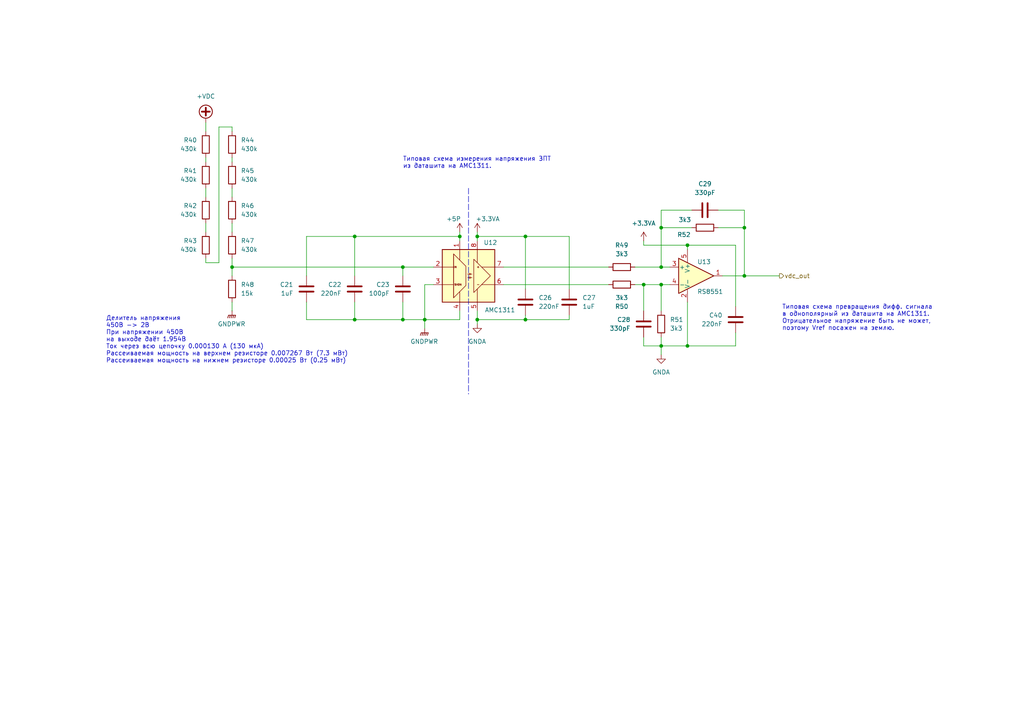
<source format=kicad_sch>
(kicad_sch (version 20231120) (generator "eeschema") (generator_version "8.0")
  (paper "A4")
  (lib_symbols
    (symbol "Device:C" (pin_numbers hide) (pin_names (offset 0.254))
      (property "Reference" "C" (at 0.635 2.54 0))
      (property "Value" "C" (at 0.635 -2.54 0))
      (symbol "C_0_1"
        (polyline (pts (xy -2.032 -0.762) (xy 2.032 -0.762)) (stroke (width 0.508)))
        (polyline (pts (xy -2.032 0.762) (xy 2.032 0.762)) (stroke (width 0.508)))
      )
      (symbol "C_1_1"
        (pin passive line (at 0 3.81 270) (length 2.794) (name "~") (number "1"))
        (pin passive line (at 0 -3.81 90) (length 2.794) (name "~") (number "2"))
      )
    )
    (symbol "Device:R" (pin_numbers hide) (pin_names (offset 0))
      (property "Reference" "R" (at 2.032 0 90))
      (property "Value" "R" (at 0 0 90))
      (symbol "R_0_1"
        (rectangle (start -1.016 -2.54) (end 1.016 2.54) (stroke (width 0.254)))
      )
      (symbol "R_1_1"
        (pin passive line (at 0 3.81 270) (length 1.27) (name "~") (number "1"))
        (pin passive line (at 0 -3.81 90) (length 1.27) (name "~") (number "2"))
      )
    )
    (symbol "main:AMC1311" (pin_names (offset 0) hide)
      (property "Reference" "U" (at -5.08 10.795 0))
      (property "Value" "AMC1311" (at -5.08 8.89 0))
      (symbol "AMC1311_0_0"
        (polyline (pts (xy -7.62 -2.54) (xy -4.318 -2.54)))
        (text "IN" (at -3.81 2.54 0) (effects (font (size 0.508 0.508))))
        (text "SHDN" (at -3.048 -2.54 0) (effects (font (size 0.508 0.508))))
      )
      (symbol "AMC1311_0_1"
        (rectangle (start -7.62 7.62) (end 7.62 -7.62) (stroke (width 0.254)) (fill (type background)))
        (polyline (pts (xy -7.62 2.54) (xy -4.318 2.54)))
        (polyline (pts (xy -4.318 6.35) (xy -4.318 -6.35)))
        (polyline (pts (xy -2.54 -7.62) (xy -2.54 -4.572)))
        (polyline (pts (xy -2.54 7.62) (xy -2.54 4.572)))
        (polyline (pts (xy 0.254 -0.508) (xy -0.254 -0.508)))
        (polyline (pts (xy 0.254 -0.254) (xy 0.254 -0.762)))
        (polyline (pts (xy 0.254 0.508) (xy -0.254 0.508)))
        (polyline (pts (xy 0.254 0.762) (xy 0.254 0.254)))
        (polyline (pts (xy 0.508 -0.508) (xy 1.016 -0.508)))
        (polyline (pts (xy 0.508 -0.254) (xy 0.508 -0.762)))
        (polyline (pts (xy 0.508 0.508) (xy 1.016 0.508)))
        (polyline (pts (xy 0.508 0.762) (xy 0.508 0.254)))
        (polyline (pts (xy 2.54 -7.62) (xy 2.54 -3.81)))
        (polyline (pts (xy 2.54 7.62) (xy 2.54 3.81)))
        (polyline (pts (xy 2.794 2.794) (xy 2.794 2.286)))
        (polyline (pts (xy 3.048 -2.54) (xy 2.54 -2.54)))
        (polyline (pts (xy 3.048 2.54) (xy 2.54 2.54)))
        (polyline (pts (xy 7.62 -2.54) (xy 3.81 -2.54)))
        (polyline (pts (xy 7.62 2.54) (xy 3.81 2.54)))
        (polyline (pts (xy 6.35 0) (xy 1.524 -4.826) (xy 1.524 4.826) (xy 6.35 0)))
        (polyline (pts (xy -4.318 -6.35) (xy -0.762 -2.794) (xy -0.762 2.794) (xy -4.318 6.35) (xy -4.318 -6.35)))
      )
      (symbol "AMC1311_1_1"
        (pin power_in line (at -2.54 10.16 270) (length 2.54) (name "VDD1") (number "1"))
        (pin input line (at -10.16 2.54 0) (length 2.54) (name "IN") (number "2"))
        (pin input line (at -10.16 -2.54 0) (length 2.54) (name "IN-") (number "3"))
        (pin power_in line (at -2.54 -10.16 90) (length 2.54) (name "GND1") (number "4"))
        (pin power_in line (at 2.54 -10.16 90) (length 2.54) (name "GND2") (number "5"))
        (pin output line (at 10.16 -2.54 180) (length 2.54) (name "OUT-") (number "6"))
        (pin output line (at 10.16 2.54 180) (length 2.54) (name "OUT+") (number "7"))
        (pin power_in line (at 2.54 10.16 270) (length 2.54) (name "VDD2") (number "8"))
      )
    )
    (symbol "main:RS8551" (pin_names (offset 0.127))
      (property "Reference" "U" (at 0 5.08 0))
      (property "Value" "RS8551" (at 0 -5.08 0))
      (symbol "RS8551_0_1"
        (polyline (pts (xy -5.08 5.08) (xy 5.08 0) (xy -5.08 -5.08) (xy -5.08 5.08)) (stroke (width 0.254)) (fill (type background)))
        (pin power_in line (at -2.54 -7.62 90) (length 3.81) (name "V-") (number "2"))
        (pin power_in line (at -2.54 7.62 270) (length 3.81) (name "V+") (number "5"))
      )
      (symbol "RS8551_1_1"
        (pin output line (at 7.62 0 180) (length 2.54) (name "~") (number "1"))
        (pin input line (at -7.62 2.54 0) (length 2.54) (name "+") (number "3"))
        (pin input line (at -7.62 -2.54 0) (length 2.54) (name "-") (number "4"))
      )
    )
    (symbol "power:+3.3VA" (power) (pin_numbers hide) (pin_names (offset 0) hide)
      (property "Value" "+3.3VA" (at 0 3.556 0))
      (symbol "+3.3VA_0_1"
        (polyline (pts (xy -0.762 1.27) (xy 0 2.54)))
        (polyline (pts (xy 0 0) (xy 0 2.54)))
        (polyline (pts (xy 0 2.54) (xy 0.762 1.27)))
      )
      (symbol "+3.3VA_1_1"
        (pin power_in line (at 0 0 90) (length 0) (name "~") (number "1"))
      )
    )
    (symbol "power:+5P" (power) (pin_numbers hide) (pin_names (offset 0) hide)
      (property "Value" "+5P" (at 0 3.556 0))
      (symbol "+5P_0_1"
        (polyline (pts (xy -0.762 1.27) (xy 0 2.54)))
        (polyline (pts (xy 0 0) (xy 0 2.54)))
        (polyline (pts (xy 0 2.54) (xy 0.762 1.27)))
      )
      (symbol "+5P_1_1"
        (pin power_in line (at 0 0 90) (length 0) (name "~") (number "1"))
      )
    )
    (symbol "power:+VDC" (power) (pin_numbers hide) (pin_names (offset 0) hide)
      (property "Value" "+VDC" (at 0 6.35 0))
      (symbol "+VDC_0_1"
        (polyline (pts (xy -1.143 3.175) (xy 1.143 3.175)) (stroke (width 0.508)))
        (polyline (pts (xy 0 0) (xy 0 1.27)))
        (polyline (pts (xy 0 2.032) (xy 0 4.318)) (stroke (width 0.508)))
        (circle (center 0 3.175) (radius 1.905) (stroke (width 0.254)))
      )
      (symbol "+VDC_1_1"
        (pin power_in line (at 0 0 90) (length 0) (name "~") (number "1"))
      )
    )
    (symbol "power:GNDA" (power) (pin_numbers hide) (pin_names (offset 0) hide)
      (property "Value" "GNDA" (at 0 -3.81 0))
      (symbol "GNDA_0_1"
        (polyline (pts (xy 0 0) (xy 0 -1.27) (xy 1.27 -1.27) (xy 0 -2.54) (xy -1.27 -1.27) (xy 0 -1.27)))
      )
      (symbol "GNDA_1_1"
        (pin power_in line (at 0 0 270) (length 0) (name "~") (number "1"))
      )
    )
    (symbol "power:GNDPWR" (power) (pin_numbers hide) (pin_names (offset 0) hide)
      (property "Value" "GNDPWR" (at 0 -3.302 0))
      (symbol "GNDPWR_0_1"
        (polyline (pts (xy 0 -1.27) (xy 0 0)))
        (polyline (pts (xy -1.016 -1.27) (xy -1.27 -2.032) (xy -1.27 -2.032)) (stroke (width 0.2032)))
        (polyline (pts (xy -0.508 -1.27) (xy -0.762 -2.032) (xy -0.762 -2.032)) (stroke (width 0.2032)))
        (polyline (pts (xy 0 -1.27) (xy -0.254 -2.032) (xy -0.254 -2.032)) (stroke (width 0.2032)))
        (polyline (pts (xy 0.508 -1.27) (xy 0.254 -2.032) (xy 0.254 -2.032)) (stroke (width 0.2032)))
        (polyline (pts (xy 1.016 -1.27) (xy -1.016 -1.27) (xy -1.016 -1.27)) (stroke (width 0.2032)))
        (polyline (pts (xy 1.016 -1.27) (xy 0.762 -2.032) (xy 0.762 -2.032) (xy 0.762 -2.032)) (stroke (width 0.2032)))
      )
      (symbol "GNDPWR_1_1"
        (pin power_in line (at 0 0 270) (length 0) (name "~") (number "1"))
      )
    )
  )
  (junction (at 67.31 77.47))
  (junction (at 191.77 100.33))
  (junction (at 123.19 92.71))
  (junction (at 152.4 68.58))
  (junction (at 215.9 80.01))
  (junction (at 116.84 77.47))
  (junction (at 102.87 92.71))
  (junction (at 186.69 82.55))
  (junction (at 152.4 92.71))
  (junction (at 199.39 100.33))
  (junction (at 138.43 68.58))
  (junction (at 133.35 68.58))
  (junction (at 191.77 82.55))
  (junction (at 138.43 92.71))
  (junction (at 199.39 71.12))
  (junction (at 191.77 66.04))
  (junction (at 191.77 77.47))
  (junction (at 215.9 66.04))
  (junction (at 102.87 68.58))
  (junction (at 116.84 92.71))
  (wire (pts (xy 88.9 92.71) (xy 102.87 92.71)))
  (wire (pts (xy 191.77 66.04) (xy 200.66 66.04)))
  (wire (pts (xy 59.69 45.72) (xy 59.69 46.99)))
  (wire (pts (xy 67.31 64.77) (xy 67.31 67.31)))
  (wire (pts (xy 67.31 77.47) (xy 116.84 77.47)))
  (wire (pts (xy 59.69 35.56) (xy 59.69 38.1)))
  (wire (pts (xy 215.9 66.04) (xy 215.9 80.01)))
  (wire (pts (xy 186.69 100.33) (xy 191.77 100.33)))
  (wire (pts (xy 138.43 92.71) (xy 138.43 93.98)))
  (wire (pts (xy 213.36 71.12) (xy 199.39 71.12)))
  (wire (pts (xy 152.4 68.58) (xy 138.43 68.58)))
  (wire (pts (xy 213.36 100.33) (xy 199.39 100.33)))
  (wire (pts (xy 191.77 66.04) (xy 191.77 77.47)))
  (wire (pts (xy 102.87 80.01) (xy 102.87 68.58)))
  (wire (pts (xy 59.69 64.77) (xy 59.69 67.31)))
  (wire (pts (xy 123.19 92.71) (xy 123.19 95.25)))
  (wire (pts (xy 208.28 66.04) (xy 215.9 66.04)))
  (wire (pts (xy 67.31 74.93) (xy 67.31 77.47)))
  (wire (pts (xy 213.36 88.9) (xy 213.36 71.12)))
  (wire (pts (xy 63.5 76.2) (xy 59.69 76.2)))
  (wire (pts (xy 88.9 87.63) (xy 88.9 92.71)))
  (wire (pts (xy 102.87 87.63) (xy 102.87 92.71)))
  (wire (pts (xy 59.69 76.2) (xy 59.69 74.93)))
  (wire (pts (xy 123.19 92.71) (xy 123.19 82.55)))
  (wire (pts (xy 152.4 83.82) (xy 152.4 68.58)))
  (wire (pts (xy 138.43 67.31) (xy 138.43 68.58)))
  (wire (pts (xy 138.43 68.58) (xy 138.43 69.85)))
  (wire (pts (xy 200.66 60.96) (xy 191.77 60.96)))
  (wire (pts (xy 186.69 69.85) (xy 186.69 71.12)))
  (wire (pts (xy 191.77 82.55) (xy 191.77 90.17)))
  (wire (pts (xy 133.35 90.17) (xy 133.35 92.71)))
  (wire (pts (xy 123.19 82.55) (xy 125.73 82.55)))
  (wire (pts (xy 59.69 54.61) (xy 59.69 57.15)))
  (wire (pts (xy 67.31 54.61) (xy 67.31 57.15)))
  (wire (pts (xy 88.9 68.58) (xy 102.87 68.58)))
  (wire (pts (xy 209.55 80.01) (xy 215.9 80.01)))
  (wire (pts (xy 194.31 82.55) (xy 191.77 82.55)))
  (wire (pts (xy 191.77 97.79) (xy 191.77 100.33)))
  (wire (pts (xy 191.77 60.96) (xy 191.77 66.04)))
  (wire (pts (xy 165.1 68.58) (xy 152.4 68.58)))
  (wire (pts (xy 191.77 100.33) (xy 191.77 102.87)))
  (wire (pts (xy 213.36 96.52) (xy 213.36 100.33)))
  (wire (pts (xy 184.15 77.47) (xy 191.77 77.47)))
  (wire (pts (xy 194.31 77.47) (xy 191.77 77.47)))
  (wire (pts (xy 165.1 91.44) (xy 165.1 92.71)))
  (wire (pts (xy 138.43 90.17) (xy 138.43 92.71)))
  (wire (pts (xy 63.5 36.83) (xy 67.31 36.83)))
  (wire (pts (xy 186.69 97.79) (xy 186.69 100.33)))
  (polyline (pts (xy 135.89 54.61) (xy 135.89 114.3)) (stroke (width 0) (type dash)))
  (wire (pts (xy 165.1 92.71) (xy 152.4 92.71)))
  (wire (pts (xy 215.9 80.01) (xy 226.06 80.01)))
  (wire (pts (xy 186.69 82.55) (xy 191.77 82.55)))
  (wire (pts (xy 67.31 36.83) (xy 67.31 38.1)))
  (wire (pts (xy 146.05 77.47) (xy 176.53 77.47)))
  (wire (pts (xy 184.15 82.55) (xy 186.69 82.55)))
  (wire (pts (xy 133.35 92.71) (xy 123.19 92.71)))
  (wire (pts (xy 152.4 91.44) (xy 152.4 92.71)))
  (wire (pts (xy 199.39 100.33) (xy 191.77 100.33)))
  (wire (pts (xy 125.73 77.47) (xy 116.84 77.47)))
  (wire (pts (xy 199.39 72.39) (xy 199.39 71.12)))
  (wire (pts (xy 165.1 83.82) (xy 165.1 68.58)))
  (wire (pts (xy 133.35 67.31) (xy 133.35 68.58)))
  (wire (pts (xy 67.31 46.99) (xy 67.31 45.72)))
  (wire (pts (xy 116.84 77.47) (xy 116.84 80.01)))
  (wire (pts (xy 88.9 80.01) (xy 88.9 68.58)))
  (wire (pts (xy 146.05 82.55) (xy 176.53 82.55)))
  (wire (pts (xy 116.84 92.71) (xy 123.19 92.71)))
  (wire (pts (xy 208.28 60.96) (xy 215.9 60.96)))
  (wire (pts (xy 116.84 87.63) (xy 116.84 92.71)))
  (wire (pts (xy 67.31 77.47) (xy 67.31 80.01)))
  (wire (pts (xy 63.5 36.83) (xy 63.5 76.2)))
  (wire (pts (xy 133.35 68.58) (xy 133.35 69.85)))
  (wire (pts (xy 186.69 82.55) (xy 186.69 90.17)))
  (wire (pts (xy 199.39 71.12) (xy 186.69 71.12)))
  (wire (pts (xy 138.43 92.71) (xy 152.4 92.71)))
  (wire (pts (xy 67.31 87.63) (xy 67.31 90.17)))
  (wire (pts (xy 199.39 87.63) (xy 199.39 100.33)))
  (wire (pts (xy 102.87 92.71) (xy 116.84 92.71)))
  (wire (pts (xy 102.87 68.58) (xy 133.35 68.58)))
  (wire (pts (xy 215.9 60.96) (xy 215.9 66.04)))
  (text "Делитель напряжения\n450В -> 2В\nПри напряжении 450В\nна выходе даёт 1.954В\nТок через всю цепочку 0.000130 А (130 мкА)\nРассеиваемая мощность на верхнем резисторе 0.007267 Вт (7.3 мВт)\nРассеиваемая мощность на нижнем резисторе 0.00025 Вт (0.25 мВт)" (at 30.734 98.552 0) (effects (font (size 1.27 1.27)) (justify left)))
  (text "Типовая схема измерения напряжения ЗПТ\nиз даташита на AMC1311." (at 116.84 47.244 0) (effects (font (size 1.27 1.27)) (justify left)))
  (text "Типовая схема превращения дифф. сигнала\nв однополярный из даташита на AMC1311.\nОтрицательное напряжение быть не может,\nпоэтому Vref посажен на землю." (at 226.822 92.202 0) (effects (font (size 1.27 1.27)) (justify left)))
  (hierarchical_label "vdc_out" (shape output) (at 226.06 80.01 0))
  (symbol (lib_id "main:RS8551") (at 201.93 80.01 0) (unit 1)
    (property "Reference" "U13" (at 204.216 75.946 0))
    (property "Value" "RS8551" (at 205.994 84.582 0))
    (property "Footprint" "Package_TO_SOT_SMD:TSOT-23-5" (effects (hide yes)))
    (property "Datasheet" "https://www.run-ic.com/en/details/9/11.html" (effects (hide yes)))
    (property "Description" "The RS8551,RS8552,RS8554,RS8553(dual version &shutdown)series of CMOS operational amplifiers use auto-zero techniques to simultaneously provide very low offset voltage (5μV max) and near-zero drift over time and temperature. This family of amplifiers has ultralow noise, offset and power." (effects (hide yes)))
  )
  (symbol (lib_id "Device:R") (at 67.31 60.96 180) (unit 1)
    (property "Reference" "R46" (at 69.85 59.6899 0) (effects (justify right)))
    (property "Value" "430k" (at 69.85 62.2299 0) (effects (justify right)))
    (property "Footprint" "Resistor_SMD:R_1206_3216Metric" (effects (hide yes)))
    (property "Description" "Resistor" (effects (hide yes)))
  )
  (symbol (lib_id "Device:R") (at 67.31 41.91 180) (unit 1)
    (property "Reference" "R44" (at 69.85 40.6399 0) (effects (justify right)))
    (property "Value" "430k" (at 69.85 43.1799 0) (effects (justify right)))
    (property "Footprint" "Resistor_SMD:R_1206_3216Metric" (effects (hide yes)))
    (property "Description" "Resistor" (effects (hide yes)))
  )
  (symbol (lib_id "Device:C") (at 152.4 87.63 0) (unit 1)
    (property "Reference" "C26" (at 156.21 86.3599 0) (effects (justify left)))
    (property "Value" "220nF" (at 156.21 88.8999 0) (effects (justify left)))
    (property "Footprint" "Capacitor_SMD:C_0805_2012Metric" (effects (hide yes)))
    (property "Description" "Unpolarized capacitor" (effects (hide yes)))
  )
  (symbol (lib_id "power:GNDPWR") (at 67.31 90.17 0) (unit 1)
    (property "Reference" "#PWR29" (effects (hide yes)))
    (property "Value" "GNDPWR" (at 67.183 93.98 0))
    (property "Description" "Power symbol creates a global label with name \"GNDPWR\" , global ground" (effects (hide yes)))
  )
  (symbol (lib_id "Device:R") (at 67.31 83.82 180) (unit 1)
    (property "Reference" "R48" (at 69.85 82.5499 0) (effects (justify right)))
    (property "Value" "15k" (at 69.85 85.0899 0) (effects (justify right)))
    (property "Footprint" "Resistor_SMD:R_1206_3216Metric" (effects (hide yes)))
    (property "Description" "Resistor" (effects (hide yes)))
  )
  (symbol (lib_id "Device:C") (at 102.87 83.82 0) (mirror y) (unit 1)
    (property "Reference" "C22" (at 99.06 82.5499 0) (effects (justify left)))
    (property "Value" "220nF" (at 99.06 85.0899 0) (effects (justify left)))
    (property "Footprint" "Capacitor_SMD:C_0805_2012Metric" (effects (hide yes)))
    (property "Description" "Unpolarized capacitor" (effects (hide yes)))
  )
  (symbol (lib_id "Device:C") (at 165.1 87.63 0) (unit 1)
    (property "Reference" "C27" (at 168.91 86.3599 0) (effects (justify left)))
    (property "Value" "1uF" (at 168.91 88.8999 0) (effects (justify left)))
    (property "Footprint" "Capacitor_SMD:C_0805_2012Metric" (effects (hide yes)))
    (property "Description" "Unpolarized capacitor" (effects (hide yes)))
  )
  (symbol (lib_id "power:GNDA") (at 138.43 93.98 0) (unit 1)
    (property "Reference" "#PWR33" (effects (hide yes)))
    (property "Value" "GNDA" (at 138.43 99.06 0))
    (property "Description" "Power symbol creates a global label with name \"GNDA\" , analog ground" (effects (hide yes)))
  )
  (symbol (lib_id "Device:R") (at 204.47 66.04 90) (mirror x) (unit 1)
    (property "Reference" "R52" (at 198.374 68.072 90))
    (property "Value" "3k3" (at 198.628 63.754 90))
    (property "Footprint" "Resistor_SMD:R_0805_2012Metric" (effects (hide yes)))
    (property "Description" "Resistor" (effects (hide yes)))
  )
  (symbol (lib_id "Device:R") (at 59.69 60.96 0) (mirror x) (unit 1)
    (property "Reference" "R42" (at 57.15 59.6899 0) (effects (justify right)))
    (property "Value" "430k" (at 57.15 62.2299 0) (effects (justify right)))
    (property "Footprint" "Resistor_SMD:R_1206_3216Metric" (effects (hide yes)))
    (property "Description" "Resistor" (effects (hide yes)))
  )
  (symbol (lib_id "Device:C") (at 186.69 93.98 0) (mirror x) (unit 1)
    (property "Reference" "C28" (at 182.88 92.7099 0) (effects (justify right)))
    (property "Value" "330pF" (at 182.88 95.2499 0) (effects (justify right)))
    (property "Footprint" "Capacitor_SMD:C_0805_2012Metric" (effects (hide yes)))
    (property "Description" "Unpolarized capacitor" (effects (hide yes)))
  )
  (symbol (lib_id "Device:C") (at 116.84 83.82 0) (mirror x) (unit 1)
    (property "Reference" "C23" (at 113.03 82.5499 0) (effects (justify right)))
    (property "Value" "100pF" (at 113.03 85.0899 0) (effects (justify right)))
    (property "Footprint" "Capacitor_SMD:C_0805_2012Metric" (effects (hide yes)))
    (property "Description" "Unpolarized capacitor" (effects (hide yes)))
  )
  (symbol (lib_id "power:GNDPWR") (at 123.19 95.25 0) (unit 1)
    (property "Reference" "#PWR30" (effects (hide yes)))
    (property "Value" "GNDPWR" (at 123.063 99.06 0))
    (property "Description" "Power symbol creates a global label with name \"GNDPWR\" , global ground" (effects (hide yes)))
  )
  (symbol (lib_id "Device:C") (at 204.47 60.96 270) (unit 1)
    (property "Reference" "C29" (at 204.47 53.34 90))
    (property "Value" "330pF" (at 204.47 55.88 90))
    (property "Footprint" "Capacitor_SMD:C_0805_2012Metric" (effects (hide yes)))
    (property "Description" "Unpolarized capacitor" (effects (hide yes)))
  )
  (symbol (lib_id "Device:C") (at 88.9 83.82 0) (mirror y) (unit 1)
    (property "Reference" "C21" (at 85.09 82.5499 0) (effects (justify left)))
    (property "Value" "1uF" (at 85.09 85.0899 0) (effects (justify left)))
    (property "Footprint" "Capacitor_SMD:C_0805_2012Metric" (effects (hide yes)))
    (property "Description" "Unpolarized capacitor" (effects (hide yes)))
  )
  (symbol (lib_id "power:+5P") (at 133.35 67.31 0) (unit 1)
    (property "Reference" "#PWR31" (effects (hide yes)))
    (property "Value" "+5P" (at 131.572 63.5 0))
    (property "Description" "Power symbol creates a global label with name \"+5P\"" (effects (hide yes)))
  )
  (symbol (lib_id "Device:R") (at 67.31 71.12 180) (unit 1)
    (property "Reference" "R47" (at 69.85 69.8499 0) (effects (justify right)))
    (property "Value" "430k" (at 69.85 72.3899 0) (effects (justify right)))
    (property "Footprint" "Resistor_SMD:R_1206_3216Metric" (effects (hide yes)))
    (property "Description" "Resistor" (effects (hide yes)))
  )
  (symbol (lib_id "main:AMC1311") (at 135.89 80.01 0) (unit 1)
    (property "Reference" "U12" (at 142.24 70.358 0))
    (property "Value" "AMC1311" (at 145.034 89.916 0))
    (property "Footprint" "Package_SO:SOIC-8_7.5x5.85mm_P1.27mm" (effects (hide yes)))
    (property "Datasheet" "https://cdn.promelec.ru/upload/items/2023/10/17/amc1311.pdf" (effects (hide yes)))
    (property "Description" "The AMC1311 is a precision, isolated amplifier with an output separated from the input circuitry by a capacitive isolation barrier that is highly resistant to magnetic interference." (effects (hide yes)))
  )
  (symbol (lib_id "Device:R") (at 59.69 71.12 0) (mirror x) (unit 1)
    (property "Reference" "R43" (at 57.15 69.8499 0) (effects (justify right)))
    (property "Value" "430k" (at 57.15 72.3899 0) (effects (justify right)))
    (property "Footprint" "Resistor_SMD:R_1206_3216Metric" (effects (hide yes)))
    (property "Description" "Resistor" (effects (hide yes)))
  )
  (symbol (lib_id "Device:C") (at 213.36 92.71 0) (mirror y) (unit 1)
    (property "Reference" "C40" (at 209.55 91.4399 0) (effects (justify left)))
    (property "Value" "220nF" (at 209.55 93.9799 0) (effects (justify left)))
    (property "Footprint" "Capacitor_SMD:C_0805_2012Metric" (effects (hide yes)))
    (property "Description" "Unpolarized capacitor" (effects (hide yes)))
  )
  (symbol (lib_id "power:+VDC") (at 59.69 35.56 0) (unit 1)
    (property "Reference" "#PWR28" (effects (hide yes)))
    (property "Value" "+VDC" (at 59.69 27.94 0))
    (property "Description" "Power symbol creates a global label with name \"+VDC\"" (effects (hide yes)))
  )
  (symbol (lib_id "Device:R") (at 59.69 41.91 0) (mirror x) (unit 1)
    (property "Reference" "R40" (at 57.15 40.6399 0) (effects (justify right)))
    (property "Value" "430k" (at 57.15 43.1799 0) (effects (justify right)))
    (property "Footprint" "Resistor_SMD:R_1206_3216Metric" (effects (hide yes)))
    (property "Description" "Resistor" (effects (hide yes)))
  )
  (symbol (lib_id "power:+3.3VA") (at 186.69 69.85 0) (unit 1)
    (property "Reference" "#PWR34" (effects (hide yes)))
    (property "Value" "+3.3VA" (at 186.69 64.77 0))
    (property "Description" "Power symbol creates a global label with name \"+3.3VA\"" (effects (hide yes)))
  )
  (symbol (lib_id "power:GNDA") (at 191.77 102.87 0) (unit 1)
    (property "Reference" "#PWR35" (effects (hide yes)))
    (property "Value" "GNDA" (at 191.77 107.95 0))
    (property "Description" "Power symbol creates a global label with name \"GNDA\" , analog ground" (effects (hide yes)))
  )
  (symbol (lib_id "Device:R") (at 67.31 50.8 180) (unit 1)
    (property "Reference" "R45" (at 69.85 49.5299 0) (effects (justify right)))
    (property "Value" "430k" (at 69.85 52.0699 0) (effects (justify right)))
    (property "Footprint" "Resistor_SMD:R_1206_3216Metric" (effects (hide yes)))
    (property "Description" "Resistor" (effects (hide yes)))
  )
  (symbol (lib_id "Device:R") (at 59.69 50.8 0) (mirror x) (unit 1)
    (property "Reference" "R41" (at 57.15 49.5299 0) (effects (justify right)))
    (property "Value" "430k" (at 57.15 52.0699 0) (effects (justify right)))
    (property "Footprint" "Resistor_SMD:R_1206_3216Metric" (effects (hide yes)))
    (property "Description" "Resistor" (effects (hide yes)))
  )
  (symbol (lib_id "Device:R") (at 180.34 77.47 90) (unit 1)
    (property "Reference" "R49" (at 180.34 71.12 90))
    (property "Value" "3k3" (at 180.34 73.66 90))
    (property "Footprint" "Resistor_SMD:R_0805_2012Metric" (effects (hide yes)))
    (property "Description" "Resistor" (effects (hide yes)))
  )
  (symbol (lib_id "Device:R") (at 191.77 93.98 180) (unit 1)
    (property "Reference" "R51" (at 194.31 92.7099 0) (effects (justify right)))
    (property "Value" "3k3" (at 194.31 95.2499 0) (effects (justify right)))
    (property "Footprint" "Resistor_SMD:R_0805_2012Metric" (effects (hide yes)))
    (property "Description" "Resistor" (effects (hide yes)))
  )
  (symbol (lib_id "power:+3.3VA") (at 138.43 67.31 0) (unit 1)
    (property "Reference" "#PWR32" (effects (hide yes)))
    (property "Value" "+3.3VA" (at 141.478 63.5 0))
    (property "Description" "Power symbol creates a global label with name \"+3.3VA\"" (effects (hide yes)))
  )
  (symbol (lib_id "Device:R") (at 180.34 82.55 270) (mirror x) (unit 1)
    (property "Reference" "R50" (at 180.34 88.9 90))
    (property "Value" "3k3" (at 180.34 86.36 90))
    (property "Footprint" "Resistor_SMD:R_0805_2012Metric" (effects (hide yes)))
    (property "Description" "Resistor" (effects (hide yes)))
  )
)
</source>
